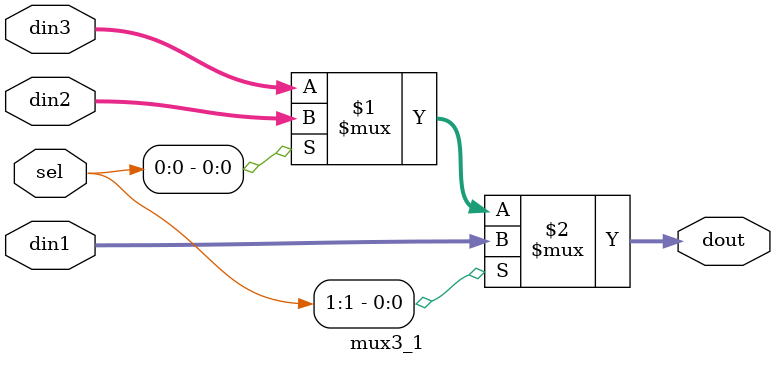
<source format=v>
`timescale 1ns / 1ps
module mux3_1(
	input [31:0]din1,
	input [31:0]din2,
	input [31:0]din3,
	input [1:0]sel,
	output [31:0]dout
    );
	
	assign dout=sel[1] ? din1 : sel[0] ? din2 : din3 ;


endmodule

</source>
